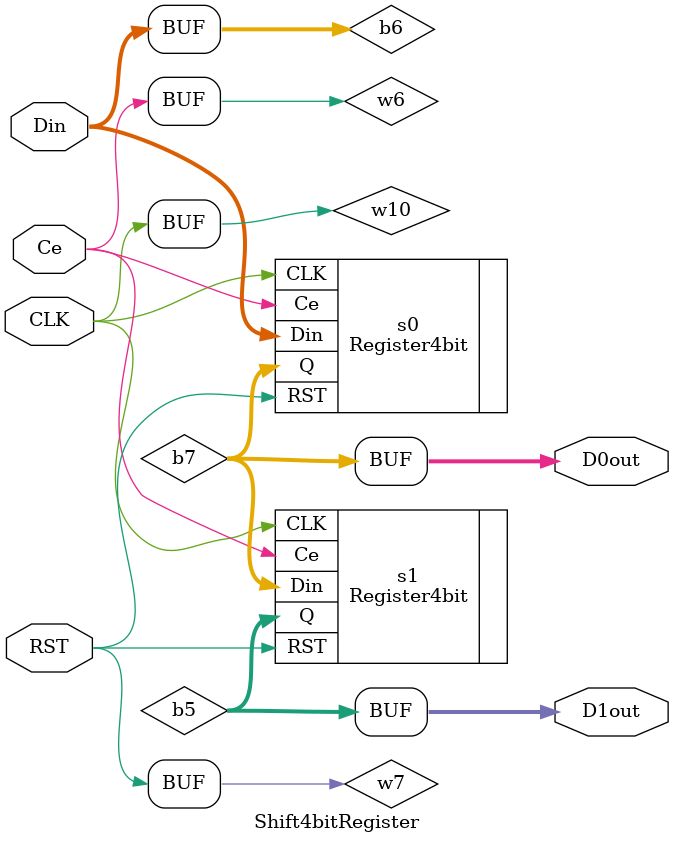
<source format=v>
module Shift4bitRegister(Ce,CLK,RST,Din,D1out,D0out);

input Ce;
input CLK;
input RST;
input [3:0] Din;
output [3:0] D1out;
output [3:0] D0out;

wire  w10;
wire  w6;
wire  w7;
wire [3:0] b6;
wire [3:0] b5;
wire [3:0] b7;

assign w6 = Ce;
assign w10 = CLK;
assign w7 = RST;
assign b6 = Din;
assign D1out = b5;
assign D0out = b7;

Register4bit
     s0 (
      .CLK(w10),
      .Ce(w6),
      .RST(w7),
      .Din(b6),
      .Q(b7));

Register4bit
     s1 (
      .CLK(w10),
      .Ce(w6),
      .RST(w7),
      .Q(b5),
      .Din(b7));

endmodule


</source>
